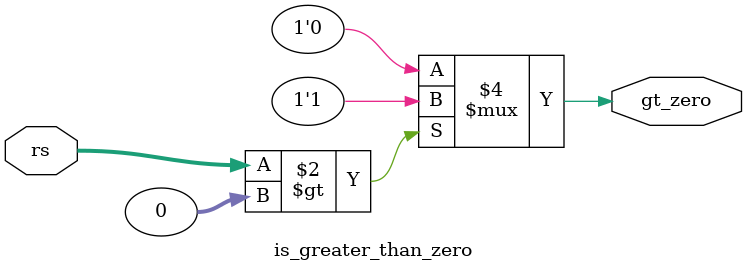
<source format=v>
module is_greater_than_zero(rs, gt_zero);
input [31:0] rs; // 32-bit input
output reg gt_zero; // 1 if rs > 0, else 0
always @(rs) begin
  if (rs > 32'b0) begin
    gt_zero = 1;
  end else begin
    gt_zero = 0;
  end
end

endmodule

</source>
